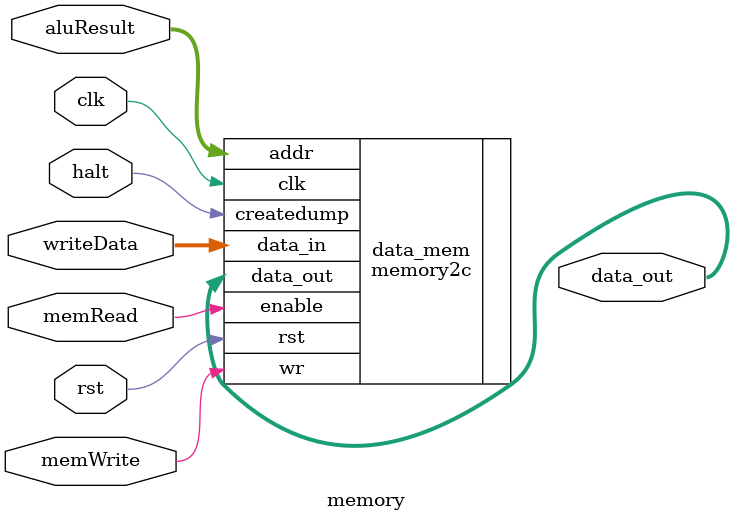
<source format=sv>
/*
   CS/ECE 552 Spring '20
  
   Filename        : memory.v
   Description     : This module contains all components in the Memory stage of the 
                     processor.
*/
module memory (clk, rst, aluResult, writeData, memWrite, memRead, data_out, halt);
	parameter N= 16;
	input clk, rst;
	input [N-1:0] aluResult;
	input [15:0] writeData;	// data to be written into the data mem
	input memWrite;			// Control Signal for if to write into the memory
	input memRead;			// Control Signal for if to read from data mem
	output [15:0] data_out;		// data output from data mem
	input halt;		// Control Signal for when Halt happens 

	// Data Memory Instatiation
	memory2c data_mem(
		.data_out(data_out), .data_in(writeData), .addr(aluResult), .enable(memRead), 
		.wr(memWrite), .createdump(halt), .clk(clk), .rst(rst));
   
endmodule

</source>
